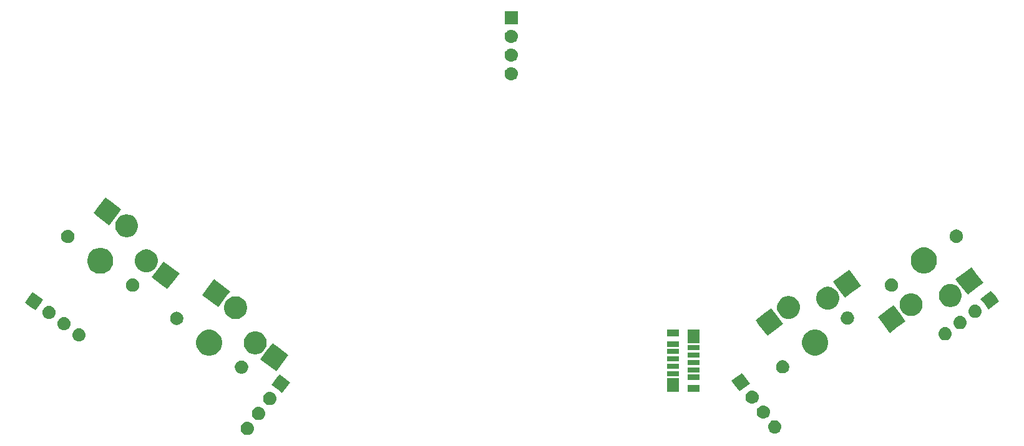
<source format=gbr>
G04 #@! TF.GenerationSoftware,KiCad,Pcbnew,(5.1.4)-1*
G04 #@! TF.CreationDate,2024-04-24T20:57:01-04:00*
G04 #@! TF.ProjectId,ThumbsUp,5468756d-6273-4557-902e-6b696361645f,rev?*
G04 #@! TF.SameCoordinates,Original*
G04 #@! TF.FileFunction,Soldermask,Bot*
G04 #@! TF.FilePolarity,Negative*
%FSLAX46Y46*%
G04 Gerber Fmt 4.6, Leading zero omitted, Abs format (unit mm)*
G04 Created by KiCad (PCBNEW (5.1.4)-1) date 2024-04-24 20:57:01*
%MOMM*%
%LPD*%
G04 APERTURE LIST*
%ADD10C,0.100000*%
G04 APERTURE END LIST*
D10*
G36*
X116794727Y-23516955D02*
G01*
X116860911Y-23523473D01*
X117030750Y-23574993D01*
X117187275Y-23658658D01*
X117223013Y-23687988D01*
X117324470Y-23771250D01*
X117402530Y-23866368D01*
X117437062Y-23908445D01*
X117520727Y-24064970D01*
X117572247Y-24234809D01*
X117589643Y-24411436D01*
X117572247Y-24588063D01*
X117520727Y-24757902D01*
X117437062Y-24914427D01*
X117407732Y-24950165D01*
X117324470Y-25051622D01*
X117248663Y-25113834D01*
X117187275Y-25164214D01*
X117030750Y-25247879D01*
X116860911Y-25299399D01*
X116794726Y-25305918D01*
X116728544Y-25312436D01*
X116640024Y-25312436D01*
X116573841Y-25305917D01*
X116507657Y-25299399D01*
X116337818Y-25247879D01*
X116181293Y-25164214D01*
X116119905Y-25113834D01*
X116044098Y-25051622D01*
X115960836Y-24950165D01*
X115931506Y-24914427D01*
X115847841Y-24757902D01*
X115796321Y-24588063D01*
X115778925Y-24411436D01*
X115796321Y-24234809D01*
X115847841Y-24064970D01*
X115931506Y-23908445D01*
X115966038Y-23866368D01*
X116044098Y-23771250D01*
X116145555Y-23687988D01*
X116181293Y-23658658D01*
X116337818Y-23574993D01*
X116507657Y-23523473D01*
X116573842Y-23516954D01*
X116640024Y-23510436D01*
X116728544Y-23510436D01*
X116794727Y-23516955D01*
X116794727Y-23516955D01*
G37*
G36*
X188354085Y-23318352D02*
G01*
X188420270Y-23324871D01*
X188590109Y-23376391D01*
X188746634Y-23460056D01*
X188782372Y-23489386D01*
X188883829Y-23572648D01*
X188967091Y-23674105D01*
X188996421Y-23709843D01*
X189080086Y-23866368D01*
X189131606Y-24036207D01*
X189149002Y-24212834D01*
X189131606Y-24389461D01*
X189080086Y-24559300D01*
X188996421Y-24715825D01*
X188967091Y-24751563D01*
X188883829Y-24853020D01*
X188809003Y-24914427D01*
X188746634Y-24965612D01*
X188590109Y-25049277D01*
X188420270Y-25100797D01*
X188354085Y-25107316D01*
X188287903Y-25113834D01*
X188199383Y-25113834D01*
X188133201Y-25107316D01*
X188067016Y-25100797D01*
X187897177Y-25049277D01*
X187740652Y-24965612D01*
X187678283Y-24914427D01*
X187603457Y-24853020D01*
X187520195Y-24751563D01*
X187490865Y-24715825D01*
X187407200Y-24559300D01*
X187355680Y-24389461D01*
X187338284Y-24212834D01*
X187355680Y-24036207D01*
X187407200Y-23866368D01*
X187490865Y-23709843D01*
X187520195Y-23674105D01*
X187603457Y-23572648D01*
X187704914Y-23489386D01*
X187740652Y-23460056D01*
X187897177Y-23376391D01*
X188067016Y-23324871D01*
X188133201Y-23318352D01*
X188199383Y-23311834D01*
X188287903Y-23311834D01*
X188354085Y-23318352D01*
X188354085Y-23318352D01*
G37*
G36*
X118323336Y-21488419D02*
G01*
X118389521Y-21494938D01*
X118559360Y-21546458D01*
X118715885Y-21630123D01*
X118751623Y-21659453D01*
X118853080Y-21742715D01*
X118931140Y-21837833D01*
X118965672Y-21879910D01*
X119049337Y-22036435D01*
X119100857Y-22206274D01*
X119118253Y-22382901D01*
X119100857Y-22559528D01*
X119049337Y-22729367D01*
X118965672Y-22885892D01*
X118936342Y-22921630D01*
X118853080Y-23023087D01*
X118777273Y-23085299D01*
X118715885Y-23135679D01*
X118559360Y-23219344D01*
X118389521Y-23270864D01*
X118323337Y-23277382D01*
X118257154Y-23283901D01*
X118168634Y-23283901D01*
X118102452Y-23277383D01*
X118036267Y-23270864D01*
X117866428Y-23219344D01*
X117709903Y-23135679D01*
X117648515Y-23085299D01*
X117572708Y-23023087D01*
X117489446Y-22921630D01*
X117460116Y-22885892D01*
X117376451Y-22729367D01*
X117324931Y-22559528D01*
X117307535Y-22382901D01*
X117324931Y-22206274D01*
X117376451Y-22036435D01*
X117460116Y-21879910D01*
X117494648Y-21837833D01*
X117572708Y-21742715D01*
X117674165Y-21659453D01*
X117709903Y-21630123D01*
X117866428Y-21546458D01*
X118036267Y-21494938D01*
X118102452Y-21488419D01*
X118168634Y-21481901D01*
X118257154Y-21481901D01*
X118323336Y-21488419D01*
X118323336Y-21488419D01*
G37*
G36*
X186825476Y-21289818D02*
G01*
X186891660Y-21296336D01*
X187061499Y-21347856D01*
X187218024Y-21431521D01*
X187253762Y-21460851D01*
X187355219Y-21544113D01*
X187438481Y-21645570D01*
X187467811Y-21681308D01*
X187551476Y-21837833D01*
X187602996Y-22007672D01*
X187620392Y-22184299D01*
X187602996Y-22360926D01*
X187551476Y-22530765D01*
X187467811Y-22687290D01*
X187438481Y-22723028D01*
X187355219Y-22824485D01*
X187280393Y-22885892D01*
X187218024Y-22937077D01*
X187061499Y-23020742D01*
X186891660Y-23072262D01*
X186825476Y-23078780D01*
X186759293Y-23085299D01*
X186670773Y-23085299D01*
X186604591Y-23078781D01*
X186538406Y-23072262D01*
X186368567Y-23020742D01*
X186212042Y-22937077D01*
X186149673Y-22885892D01*
X186074847Y-22824485D01*
X185991585Y-22723028D01*
X185962255Y-22687290D01*
X185878590Y-22530765D01*
X185827070Y-22360926D01*
X185809674Y-22184299D01*
X185827070Y-22007672D01*
X185878590Y-21837833D01*
X185962255Y-21681308D01*
X185991585Y-21645570D01*
X186074847Y-21544113D01*
X186176304Y-21460851D01*
X186212042Y-21431521D01*
X186368567Y-21347856D01*
X186538406Y-21296336D01*
X186604590Y-21289818D01*
X186670773Y-21283299D01*
X186759293Y-21283299D01*
X186825476Y-21289818D01*
X186825476Y-21289818D01*
G37*
G36*
X119851947Y-19459886D02*
G01*
X119918131Y-19466404D01*
X120087970Y-19517924D01*
X120244495Y-19601589D01*
X120280233Y-19630919D01*
X120381690Y-19714181D01*
X120459750Y-19809299D01*
X120494282Y-19851376D01*
X120577947Y-20007901D01*
X120629467Y-20177740D01*
X120646863Y-20354367D01*
X120629467Y-20530994D01*
X120577947Y-20700833D01*
X120494282Y-20857358D01*
X120464952Y-20893096D01*
X120381690Y-20994553D01*
X120305883Y-21056765D01*
X120244495Y-21107145D01*
X120087970Y-21190810D01*
X119918131Y-21242330D01*
X119851946Y-21248849D01*
X119785764Y-21255367D01*
X119697244Y-21255367D01*
X119631062Y-21248849D01*
X119564877Y-21242330D01*
X119395038Y-21190810D01*
X119238513Y-21107145D01*
X119177125Y-21056765D01*
X119101318Y-20994553D01*
X119018056Y-20893096D01*
X118988726Y-20857358D01*
X118905061Y-20700833D01*
X118853541Y-20530994D01*
X118836145Y-20354367D01*
X118853541Y-20177740D01*
X118905061Y-20007901D01*
X118988726Y-19851376D01*
X119023258Y-19809299D01*
X119101318Y-19714181D01*
X119202775Y-19630919D01*
X119238513Y-19601589D01*
X119395038Y-19517924D01*
X119564877Y-19466404D01*
X119631061Y-19459886D01*
X119697244Y-19453367D01*
X119785764Y-19453367D01*
X119851947Y-19459886D01*
X119851947Y-19459886D01*
G37*
G36*
X185296865Y-19261283D02*
G01*
X185363050Y-19267802D01*
X185532889Y-19319322D01*
X185689414Y-19402987D01*
X185725152Y-19432317D01*
X185826609Y-19515579D01*
X185909871Y-19617036D01*
X185939201Y-19652774D01*
X186022866Y-19809299D01*
X186074386Y-19979138D01*
X186091782Y-20155765D01*
X186074386Y-20332392D01*
X186022866Y-20502231D01*
X185939201Y-20658756D01*
X185909871Y-20694494D01*
X185826609Y-20795951D01*
X185751783Y-20857358D01*
X185689414Y-20908543D01*
X185532889Y-20992208D01*
X185363050Y-21043728D01*
X185296866Y-21050246D01*
X185230683Y-21056765D01*
X185142163Y-21056765D01*
X185075980Y-21050246D01*
X185009796Y-21043728D01*
X184839957Y-20992208D01*
X184683432Y-20908543D01*
X184621063Y-20857358D01*
X184546237Y-20795951D01*
X184462975Y-20694494D01*
X184433645Y-20658756D01*
X184349980Y-20502231D01*
X184298460Y-20332392D01*
X184281064Y-20155765D01*
X184298460Y-19979138D01*
X184349980Y-19809299D01*
X184433645Y-19652774D01*
X184462975Y-19617036D01*
X184546237Y-19515579D01*
X184647694Y-19432317D01*
X184683432Y-19402987D01*
X184839957Y-19319322D01*
X185009796Y-19267802D01*
X185075981Y-19261283D01*
X185142163Y-19254765D01*
X185230683Y-19254765D01*
X185296865Y-19261283D01*
X185296865Y-19261283D01*
G37*
G36*
X121417869Y-17309000D02*
G01*
X122531920Y-18148497D01*
X122531920Y-18148498D01*
X122264657Y-18503168D01*
X121447450Y-19587639D01*
X121447449Y-19587639D01*
X120829008Y-19121610D01*
X120008308Y-18503169D01*
X120008308Y-18503168D01*
X120683619Y-17607000D01*
X121092778Y-17064027D01*
X121092779Y-17064027D01*
X121417869Y-17309000D01*
X121417869Y-17309000D01*
G37*
G36*
X178033000Y-19409000D02*
G01*
X176431000Y-19409000D01*
X176431000Y-18507000D01*
X178033000Y-18507000D01*
X178033000Y-19409000D01*
X178033000Y-19409000D01*
G37*
G36*
X175233000Y-19409000D02*
G01*
X173631000Y-19409000D01*
X173631000Y-17607000D01*
X175233000Y-17607000D01*
X175233000Y-19409000D01*
X175233000Y-19409000D01*
G37*
G36*
X184169406Y-17309000D02*
G01*
X184919619Y-18304566D01*
X184919619Y-18304567D01*
X184098919Y-18923008D01*
X183480478Y-19389037D01*
X183480477Y-19389037D01*
X182812928Y-18503168D01*
X182396007Y-17949896D01*
X182396007Y-17949895D01*
X183246504Y-17309000D01*
X183835148Y-16865425D01*
X183835149Y-16865425D01*
X184169406Y-17309000D01*
X184169406Y-17309000D01*
G37*
G36*
X178033000Y-17809000D02*
G01*
X176431000Y-17809000D01*
X176431000Y-17107000D01*
X178033000Y-17107000D01*
X178033000Y-17809000D01*
X178033000Y-17809000D01*
G37*
G36*
X175233000Y-17309000D02*
G01*
X173631000Y-17309000D01*
X173631000Y-16607000D01*
X175233000Y-16607000D01*
X175233000Y-17309000D01*
X175233000Y-17309000D01*
G37*
G36*
X116075711Y-15186653D02*
G01*
X116162834Y-15203982D01*
X116248264Y-15239369D01*
X116326970Y-15271970D01*
X116425893Y-15338068D01*
X116474687Y-15370671D01*
X116600311Y-15496295D01*
X116600313Y-15496298D01*
X116699012Y-15644012D01*
X116699012Y-15644013D01*
X116767000Y-15808148D01*
X116767000Y-15808150D01*
X116795175Y-15949793D01*
X116801659Y-15982394D01*
X116801659Y-16160052D01*
X116767000Y-16334298D01*
X116721675Y-16443721D01*
X116699012Y-16498434D01*
X116626471Y-16607000D01*
X116600311Y-16646151D01*
X116474687Y-16771775D01*
X116474684Y-16771777D01*
X116326970Y-16870476D01*
X116272257Y-16893139D01*
X116162834Y-16938464D01*
X116075711Y-16955794D01*
X115988590Y-16973123D01*
X115810928Y-16973123D01*
X115723807Y-16955793D01*
X115636684Y-16938464D01*
X115527261Y-16893139D01*
X115472548Y-16870476D01*
X115324834Y-16771777D01*
X115324831Y-16771775D01*
X115199207Y-16646151D01*
X115173047Y-16607000D01*
X115100506Y-16498434D01*
X115077843Y-16443721D01*
X115032518Y-16334298D01*
X114997859Y-16160052D01*
X114997859Y-15982394D01*
X115004344Y-15949793D01*
X115032518Y-15808150D01*
X115032518Y-15808148D01*
X115100506Y-15644013D01*
X115100506Y-15644012D01*
X115199205Y-15496298D01*
X115199207Y-15496295D01*
X115324831Y-15370671D01*
X115373625Y-15338068D01*
X115472548Y-15271970D01*
X115551254Y-15239369D01*
X115636684Y-15203982D01*
X115723807Y-15186653D01*
X115810928Y-15169323D01*
X115988590Y-15169323D01*
X116075711Y-15186653D01*
X116075711Y-15186653D01*
G37*
G36*
X189498488Y-15154051D02*
G01*
X189585611Y-15171381D01*
X189695034Y-15216706D01*
X189749747Y-15239369D01*
X189896469Y-15337405D01*
X189897464Y-15338070D01*
X190023088Y-15463694D01*
X190023090Y-15463697D01*
X190121789Y-15611411D01*
X190121789Y-15611412D01*
X190189777Y-15775547D01*
X190196262Y-15808150D01*
X190224436Y-15949791D01*
X190224436Y-16127453D01*
X190217951Y-16160054D01*
X190189777Y-16301697D01*
X190144452Y-16411120D01*
X190121789Y-16465833D01*
X190027465Y-16607000D01*
X190023088Y-16613550D01*
X189897464Y-16739174D01*
X189897461Y-16739176D01*
X189749747Y-16837875D01*
X189695034Y-16860538D01*
X189585611Y-16905863D01*
X189498488Y-16923192D01*
X189411367Y-16940522D01*
X189233705Y-16940522D01*
X189146584Y-16923193D01*
X189059461Y-16905863D01*
X188950038Y-16860538D01*
X188895325Y-16837875D01*
X188747611Y-16739176D01*
X188747608Y-16739174D01*
X188621984Y-16613550D01*
X188617607Y-16607000D01*
X188523283Y-16465833D01*
X188500620Y-16411120D01*
X188455295Y-16301697D01*
X188427121Y-16160054D01*
X188420636Y-16127453D01*
X188420636Y-15949791D01*
X188448810Y-15808150D01*
X188455295Y-15775547D01*
X188523283Y-15611412D01*
X188523283Y-15611411D01*
X188621982Y-15463697D01*
X188621984Y-15463694D01*
X188747608Y-15338070D01*
X188748603Y-15337405D01*
X188895325Y-15239369D01*
X188950038Y-15216706D01*
X189059461Y-15171381D01*
X189146584Y-15154051D01*
X189233705Y-15136722D01*
X189411367Y-15136722D01*
X189498488Y-15154051D01*
X189498488Y-15154051D01*
G37*
G36*
X178033000Y-16809000D02*
G01*
X176431000Y-16809000D01*
X176431000Y-16107000D01*
X178033000Y-16107000D01*
X178033000Y-16809000D01*
X178033000Y-16809000D01*
G37*
G36*
X121034194Y-13553152D02*
G01*
X122264788Y-14480471D01*
X122264788Y-14480472D01*
X121864041Y-15012281D01*
X120638684Y-16638385D01*
X120638683Y-16638385D01*
X119711364Y-15939600D01*
X118480770Y-15012281D01*
X118480770Y-15012280D01*
X119328971Y-13886680D01*
X120106874Y-12854367D01*
X120106875Y-12854367D01*
X121034194Y-13553152D01*
X121034194Y-13553152D01*
G37*
G36*
X175233000Y-16309000D02*
G01*
X173631000Y-16309000D01*
X173631000Y-15607000D01*
X175233000Y-15607000D01*
X175233000Y-16309000D01*
X175233000Y-16309000D01*
G37*
G36*
X178033000Y-15809000D02*
G01*
X176431000Y-15809000D01*
X176431000Y-15107000D01*
X178033000Y-15107000D01*
X178033000Y-15809000D01*
X178033000Y-15809000D01*
G37*
G36*
X175233000Y-15309000D02*
G01*
X173631000Y-15309000D01*
X173631000Y-14607000D01*
X175233000Y-14607000D01*
X175233000Y-15309000D01*
X175233000Y-15309000D01*
G37*
G36*
X178033000Y-14809000D02*
G01*
X176431000Y-14809000D01*
X176431000Y-14107000D01*
X178033000Y-14107000D01*
X178033000Y-14809000D01*
X178033000Y-14809000D01*
G37*
G36*
X112022240Y-11063587D02*
G01*
X112343540Y-11196674D01*
X112343542Y-11196675D01*
X112632704Y-11389887D01*
X112878617Y-11635800D01*
X113061164Y-11909000D01*
X113071830Y-11924964D01*
X113204917Y-12246264D01*
X113272764Y-12587352D01*
X113272764Y-12935128D01*
X113204917Y-13276216D01*
X113191337Y-13309000D01*
X113071829Y-13597518D01*
X112878617Y-13886680D01*
X112632704Y-14132593D01*
X112343542Y-14325805D01*
X112343541Y-14325806D01*
X112343540Y-14325806D01*
X112022240Y-14458893D01*
X111681152Y-14526740D01*
X111333376Y-14526740D01*
X110992288Y-14458893D01*
X110670988Y-14325806D01*
X110670987Y-14325806D01*
X110670986Y-14325805D01*
X110381824Y-14132593D01*
X110135911Y-13886680D01*
X109942699Y-13597518D01*
X109823191Y-13309000D01*
X109809611Y-13276216D01*
X109741764Y-12935128D01*
X109741764Y-12587352D01*
X109809611Y-12246264D01*
X109942698Y-11924964D01*
X109953365Y-11909000D01*
X110135911Y-11635800D01*
X110381824Y-11389887D01*
X110670986Y-11196675D01*
X110670988Y-11196674D01*
X110992288Y-11063587D01*
X111333376Y-10995740D01*
X111681152Y-10995740D01*
X112022240Y-11063587D01*
X112022240Y-11063587D01*
G37*
G36*
X194230007Y-11030986D02*
G01*
X194551307Y-11164073D01*
X194551309Y-11164074D01*
X194840471Y-11357286D01*
X195086384Y-11603199D01*
X195209014Y-11786727D01*
X195279597Y-11892363D01*
X195412684Y-12213663D01*
X195480531Y-12554751D01*
X195480531Y-12902527D01*
X195412684Y-13243615D01*
X195279597Y-13564915D01*
X195279596Y-13564917D01*
X195086384Y-13854079D01*
X194840471Y-14099992D01*
X194551309Y-14293204D01*
X194551308Y-14293205D01*
X194551307Y-14293205D01*
X194230007Y-14426292D01*
X193888919Y-14494139D01*
X193541143Y-14494139D01*
X193200055Y-14426292D01*
X192878755Y-14293205D01*
X192878754Y-14293205D01*
X192878753Y-14293204D01*
X192589591Y-14099992D01*
X192343678Y-13854079D01*
X192150466Y-13564917D01*
X192150465Y-13564915D01*
X192017378Y-13243615D01*
X191949531Y-12902527D01*
X191949531Y-12554751D01*
X192017378Y-12213663D01*
X192150465Y-11892363D01*
X192221049Y-11786727D01*
X192343678Y-11603199D01*
X192589591Y-11357286D01*
X192878753Y-11164074D01*
X192878755Y-11164073D01*
X193200055Y-11030986D01*
X193541143Y-10963139D01*
X193888919Y-10963139D01*
X194230007Y-11030986D01*
X194230007Y-11030986D01*
G37*
G36*
X118059833Y-11254234D02*
G01*
X118209658Y-11284036D01*
X118491922Y-11400953D01*
X118745953Y-11570691D01*
X118961989Y-11786727D01*
X119131727Y-12040758D01*
X119248644Y-12323022D01*
X119248644Y-12323023D01*
X119308248Y-12622671D01*
X119308248Y-12928193D01*
X119278446Y-13078017D01*
X119248644Y-13227842D01*
X119131727Y-13510106D01*
X118961989Y-13764137D01*
X118745953Y-13980173D01*
X118491922Y-14149911D01*
X118209658Y-14266828D01*
X118077057Y-14293204D01*
X117910009Y-14326432D01*
X117604487Y-14326432D01*
X117437439Y-14293204D01*
X117304838Y-14266828D01*
X117022574Y-14149911D01*
X116768543Y-13980173D01*
X116552507Y-13764137D01*
X116382769Y-13510106D01*
X116265852Y-13227842D01*
X116236050Y-13078017D01*
X116206248Y-12928193D01*
X116206248Y-12622671D01*
X116265852Y-12323023D01*
X116265852Y-12323022D01*
X116382769Y-12040758D01*
X116552507Y-11786727D01*
X116768543Y-11570691D01*
X117022574Y-11400953D01*
X117304838Y-11284036D01*
X117454663Y-11254234D01*
X117604487Y-11224432D01*
X117910009Y-11224432D01*
X118059833Y-11254234D01*
X118059833Y-11254234D01*
G37*
G36*
X175233000Y-14309000D02*
G01*
X173631000Y-14309000D01*
X173631000Y-13607000D01*
X175233000Y-13607000D01*
X175233000Y-14309000D01*
X175233000Y-14309000D01*
G37*
G36*
X178033000Y-13809000D02*
G01*
X176431000Y-13809000D01*
X176431000Y-13107000D01*
X178033000Y-13107000D01*
X178033000Y-13809000D01*
X178033000Y-13809000D01*
G37*
G36*
X175233000Y-13309000D02*
G01*
X173631000Y-13309000D01*
X173631000Y-12607000D01*
X175233000Y-12607000D01*
X175233000Y-13309000D01*
X175233000Y-13309000D01*
G37*
G36*
X178033000Y-12809000D02*
G01*
X176431000Y-12809000D01*
X176431000Y-11007000D01*
X178033000Y-11007000D01*
X178033000Y-12809000D01*
X178033000Y-12809000D01*
G37*
G36*
X93953061Y-10807030D02*
G01*
X94019245Y-10813548D01*
X94189084Y-10865068D01*
X94345609Y-10948733D01*
X94381347Y-10978063D01*
X94482804Y-11061325D01*
X94566066Y-11162782D01*
X94595396Y-11198520D01*
X94679061Y-11355045D01*
X94730581Y-11524884D01*
X94747977Y-11701511D01*
X94730581Y-11878138D01*
X94679061Y-12047977D01*
X94595396Y-12204502D01*
X94566066Y-12240240D01*
X94482804Y-12341697D01*
X94381347Y-12424959D01*
X94345609Y-12454289D01*
X94189084Y-12537954D01*
X94019245Y-12589474D01*
X93953060Y-12595993D01*
X93886878Y-12602511D01*
X93798358Y-12602511D01*
X93732176Y-12595993D01*
X93665991Y-12589474D01*
X93496152Y-12537954D01*
X93339627Y-12454289D01*
X93303889Y-12424959D01*
X93202432Y-12341697D01*
X93119170Y-12240240D01*
X93089840Y-12204502D01*
X93006175Y-12047977D01*
X92954655Y-11878138D01*
X92937259Y-11701511D01*
X92954655Y-11524884D01*
X93006175Y-11355045D01*
X93089840Y-11198520D01*
X93119170Y-11162782D01*
X93202432Y-11061325D01*
X93303889Y-10978063D01*
X93339627Y-10948733D01*
X93496152Y-10865068D01*
X93665991Y-10813548D01*
X93732175Y-10807030D01*
X93798358Y-10800511D01*
X93886878Y-10800511D01*
X93953061Y-10807030D01*
X93953061Y-10807030D01*
G37*
G36*
X211475583Y-10653424D02*
G01*
X211541768Y-10659943D01*
X211711607Y-10711463D01*
X211868132Y-10795128D01*
X211903870Y-10824458D01*
X212005327Y-10907720D01*
X212077562Y-10995740D01*
X212117919Y-11044915D01*
X212201584Y-11201440D01*
X212253104Y-11371279D01*
X212270500Y-11547906D01*
X212253104Y-11724533D01*
X212201584Y-11894372D01*
X212117919Y-12050897D01*
X212088589Y-12086635D01*
X212005327Y-12188092D01*
X211903870Y-12271354D01*
X211868132Y-12300684D01*
X211711607Y-12384349D01*
X211541768Y-12435869D01*
X211475583Y-12442388D01*
X211409401Y-12448906D01*
X211320881Y-12448906D01*
X211254698Y-12442387D01*
X211188514Y-12435869D01*
X211018675Y-12384349D01*
X210862150Y-12300684D01*
X210826412Y-12271354D01*
X210724955Y-12188092D01*
X210641693Y-12086635D01*
X210612363Y-12050897D01*
X210528698Y-11894372D01*
X210477178Y-11724533D01*
X210459782Y-11547906D01*
X210477178Y-11371279D01*
X210528698Y-11201440D01*
X210612363Y-11044915D01*
X210652720Y-10995740D01*
X210724955Y-10907720D01*
X210826412Y-10824458D01*
X210862150Y-10795128D01*
X211018675Y-10711463D01*
X211188514Y-10659943D01*
X211254699Y-10653424D01*
X211320881Y-10646906D01*
X211409401Y-10646906D01*
X211475583Y-10653424D01*
X211475583Y-10653424D01*
G37*
G36*
X175233000Y-11909000D02*
G01*
X173631000Y-11909000D01*
X173631000Y-11007000D01*
X175233000Y-11007000D01*
X175233000Y-11909000D01*
X175233000Y-11909000D01*
G37*
G36*
X188633981Y-9182854D02*
G01*
X189410709Y-10213606D01*
X189410709Y-10213607D01*
X188269060Y-11073901D01*
X187252796Y-11839711D01*
X187252795Y-11839711D01*
X186129862Y-10349528D01*
X185626691Y-9681798D01*
X185626691Y-9681797D01*
X186905558Y-8718102D01*
X187784604Y-8055693D01*
X187784605Y-8055693D01*
X188633981Y-9182854D01*
X188633981Y-9182854D01*
G37*
G36*
X205306830Y-8876329D02*
G01*
X206029894Y-9835867D01*
X206029894Y-9835868D01*
X204915144Y-10675892D01*
X203871981Y-11461972D01*
X203871980Y-11461972D01*
X202765471Y-9993584D01*
X202245876Y-9304059D01*
X202245876Y-9304058D01*
X203476470Y-8376739D01*
X204403789Y-7677954D01*
X204403790Y-7677954D01*
X205306830Y-8876329D01*
X205306830Y-8876329D01*
G37*
G36*
X91924526Y-9278420D02*
G01*
X91990710Y-9284938D01*
X92160549Y-9336458D01*
X92317074Y-9420123D01*
X92352812Y-9449453D01*
X92454269Y-9532715D01*
X92537531Y-9634172D01*
X92566861Y-9669910D01*
X92650526Y-9826435D01*
X92702046Y-9996274D01*
X92719442Y-10172901D01*
X92702046Y-10349528D01*
X92650526Y-10519367D01*
X92566861Y-10675892D01*
X92537668Y-10711463D01*
X92454269Y-10813087D01*
X92352812Y-10896349D01*
X92317074Y-10925679D01*
X92160549Y-11009344D01*
X91990710Y-11060864D01*
X91924525Y-11067383D01*
X91858343Y-11073901D01*
X91769823Y-11073901D01*
X91703641Y-11067383D01*
X91637456Y-11060864D01*
X91467617Y-11009344D01*
X91311092Y-10925679D01*
X91275354Y-10896349D01*
X91173897Y-10813087D01*
X91090498Y-10711463D01*
X91061305Y-10675892D01*
X90977640Y-10519367D01*
X90926120Y-10349528D01*
X90908724Y-10172901D01*
X90926120Y-9996274D01*
X90977640Y-9826435D01*
X91061305Y-9669910D01*
X91090635Y-9634172D01*
X91173897Y-9532715D01*
X91275354Y-9449453D01*
X91311092Y-9420123D01*
X91467617Y-9336458D01*
X91637456Y-9284938D01*
X91703641Y-9278419D01*
X91769823Y-9271901D01*
X91858343Y-9271901D01*
X91924526Y-9278420D01*
X91924526Y-9278420D01*
G37*
G36*
X213504118Y-9124814D02*
G01*
X213570303Y-9131333D01*
X213740142Y-9182853D01*
X213896667Y-9266518D01*
X213932405Y-9295848D01*
X214033862Y-9379110D01*
X214106937Y-9468154D01*
X214146454Y-9516305D01*
X214230119Y-9672830D01*
X214281639Y-9842669D01*
X214299035Y-10019296D01*
X214281639Y-10195923D01*
X214230119Y-10365762D01*
X214146454Y-10522287D01*
X214117124Y-10558025D01*
X214033862Y-10659482D01*
X213932405Y-10742744D01*
X213896667Y-10772074D01*
X213740142Y-10855739D01*
X213570303Y-10907259D01*
X213504119Y-10913777D01*
X213437936Y-10920296D01*
X213349416Y-10920296D01*
X213283233Y-10913777D01*
X213217049Y-10907259D01*
X213047210Y-10855739D01*
X212890685Y-10772074D01*
X212854947Y-10742744D01*
X212753490Y-10659482D01*
X212670228Y-10558025D01*
X212640898Y-10522287D01*
X212557233Y-10365762D01*
X212505713Y-10195923D01*
X212488317Y-10019296D01*
X212505713Y-9842669D01*
X212557233Y-9672830D01*
X212640898Y-9516305D01*
X212680415Y-9468154D01*
X212753490Y-9379110D01*
X212854947Y-9295848D01*
X212890685Y-9266518D01*
X213047210Y-9182853D01*
X213217049Y-9131333D01*
X213283233Y-9124815D01*
X213349416Y-9118296D01*
X213437936Y-9118296D01*
X213504118Y-9124814D01*
X213504118Y-9124814D01*
G37*
G36*
X107290721Y-8566686D02*
G01*
X107377844Y-8584016D01*
X107463274Y-8619403D01*
X107541980Y-8652004D01*
X107640903Y-8718102D01*
X107689697Y-8750705D01*
X107815321Y-8876329D01*
X107815323Y-8876332D01*
X107914022Y-9024046D01*
X107914022Y-9024047D01*
X107982010Y-9188182D01*
X107982010Y-9188184D01*
X108011504Y-9336458D01*
X108016669Y-9362428D01*
X108016669Y-9540086D01*
X107982010Y-9714332D01*
X107936685Y-9823755D01*
X107914022Y-9878468D01*
X107837106Y-9993581D01*
X107815321Y-10026185D01*
X107689697Y-10151809D01*
X107689694Y-10151811D01*
X107541980Y-10250510D01*
X107487267Y-10273173D01*
X107377844Y-10318498D01*
X107290721Y-10335827D01*
X107203600Y-10353157D01*
X107025938Y-10353157D01*
X106938817Y-10335827D01*
X106851694Y-10318498D01*
X106742271Y-10273173D01*
X106687558Y-10250510D01*
X106539844Y-10151811D01*
X106539841Y-10151809D01*
X106414217Y-10026185D01*
X106392432Y-9993581D01*
X106315516Y-9878468D01*
X106292853Y-9823755D01*
X106247528Y-9714332D01*
X106212869Y-9540086D01*
X106212869Y-9362428D01*
X106218035Y-9336458D01*
X106247528Y-9188184D01*
X106247528Y-9188182D01*
X106315516Y-9024047D01*
X106315516Y-9024046D01*
X106414215Y-8876332D01*
X106414217Y-8876329D01*
X106539841Y-8750705D01*
X106588635Y-8718102D01*
X106687558Y-8652004D01*
X106766264Y-8619403D01*
X106851694Y-8584016D01*
X106938817Y-8566687D01*
X107025938Y-8549357D01*
X107203600Y-8549357D01*
X107290721Y-8566686D01*
X107290721Y-8566686D01*
G37*
G36*
X198283478Y-8534086D02*
G01*
X198370601Y-8551415D01*
X198458255Y-8587723D01*
X198534737Y-8619403D01*
X198672466Y-8711430D01*
X198682454Y-8718104D01*
X198808078Y-8843728D01*
X198808080Y-8843731D01*
X198906779Y-8991445D01*
X198920283Y-9024046D01*
X198974767Y-9155581D01*
X198981252Y-9188184D01*
X199009426Y-9329825D01*
X199009426Y-9507487D01*
X199002941Y-9540088D01*
X198974767Y-9681731D01*
X198929442Y-9791154D01*
X198906779Y-9845867D01*
X198808743Y-9992589D01*
X198808078Y-9993584D01*
X198682454Y-10119208D01*
X198682451Y-10119210D01*
X198534737Y-10217909D01*
X198480024Y-10240572D01*
X198370601Y-10285897D01*
X198283478Y-10303226D01*
X198196357Y-10320556D01*
X198018695Y-10320556D01*
X197931574Y-10303226D01*
X197844451Y-10285897D01*
X197735028Y-10240572D01*
X197680315Y-10217909D01*
X197532601Y-10119210D01*
X197532598Y-10119208D01*
X197406974Y-9993584D01*
X197406309Y-9992589D01*
X197308273Y-9845867D01*
X197285610Y-9791154D01*
X197240285Y-9681731D01*
X197212111Y-9540088D01*
X197205626Y-9507487D01*
X197205626Y-9329825D01*
X197233800Y-9188184D01*
X197240285Y-9155581D01*
X197294769Y-9024046D01*
X197308273Y-8991445D01*
X197406972Y-8843731D01*
X197406974Y-8843728D01*
X197532598Y-8718104D01*
X197542586Y-8711430D01*
X197680315Y-8619403D01*
X197756797Y-8587723D01*
X197844451Y-8551415D01*
X197931574Y-8534086D01*
X198018695Y-8516756D01*
X198196357Y-8516756D01*
X198283478Y-8534086D01*
X198283478Y-8534086D01*
G37*
G36*
X115390648Y-6488161D02*
G01*
X115540473Y-6517963D01*
X115822737Y-6634880D01*
X116076768Y-6804618D01*
X116292804Y-7020654D01*
X116462542Y-7274685D01*
X116579459Y-7556949D01*
X116639063Y-7856599D01*
X116639063Y-8162119D01*
X116579459Y-8461769D01*
X116462542Y-8744033D01*
X116292804Y-8998064D01*
X116076768Y-9214100D01*
X115822737Y-9383838D01*
X115540473Y-9500755D01*
X115390648Y-9530557D01*
X115240824Y-9560359D01*
X114935302Y-9560359D01*
X114785478Y-9530557D01*
X114635653Y-9500755D01*
X114353389Y-9383838D01*
X114099358Y-9214100D01*
X113883322Y-8998064D01*
X113713584Y-8744033D01*
X113596667Y-8461769D01*
X113537063Y-8162119D01*
X113537063Y-7856599D01*
X113596667Y-7556949D01*
X113713584Y-7274685D01*
X113883322Y-7020654D01*
X114099358Y-6804618D01*
X114353389Y-6634880D01*
X114635653Y-6517963D01*
X114785478Y-6488161D01*
X114935302Y-6458359D01*
X115240824Y-6458359D01*
X115390648Y-6488161D01*
X115390648Y-6488161D01*
G37*
G36*
X89895991Y-7749809D02*
G01*
X89962176Y-7756328D01*
X90132015Y-7807848D01*
X90132017Y-7807849D01*
X90162229Y-7823998D01*
X90288540Y-7891513D01*
X90324278Y-7920843D01*
X90425735Y-8004105D01*
X90503743Y-8099160D01*
X90538327Y-8141300D01*
X90621992Y-8297825D01*
X90673512Y-8467664D01*
X90690908Y-8644291D01*
X90673512Y-8820918D01*
X90621992Y-8990757D01*
X90538327Y-9147282D01*
X90531516Y-9155581D01*
X90425735Y-9284477D01*
X90344386Y-9351237D01*
X90288540Y-9397069D01*
X90132015Y-9480734D01*
X89962176Y-9532254D01*
X89895991Y-9538773D01*
X89829809Y-9545291D01*
X89741289Y-9545291D01*
X89675107Y-9538773D01*
X89608922Y-9532254D01*
X89439083Y-9480734D01*
X89282558Y-9397069D01*
X89226712Y-9351237D01*
X89145363Y-9284477D01*
X89039582Y-9155581D01*
X89032771Y-9147282D01*
X88949106Y-8990757D01*
X88897586Y-8820918D01*
X88880190Y-8644291D01*
X88897586Y-8467664D01*
X88949106Y-8297825D01*
X89032771Y-8141300D01*
X89067355Y-8099160D01*
X89145363Y-8004105D01*
X89246820Y-7920843D01*
X89282558Y-7891513D01*
X89408869Y-7823998D01*
X89439081Y-7807849D01*
X89439083Y-7807848D01*
X89608922Y-7756328D01*
X89675107Y-7749809D01*
X89741289Y-7743291D01*
X89829809Y-7743291D01*
X89895991Y-7749809D01*
X89895991Y-7749809D01*
G37*
G36*
X190436817Y-6455560D02*
G01*
X190586642Y-6485362D01*
X190868906Y-6602279D01*
X191122937Y-6772017D01*
X191338973Y-6988053D01*
X191508711Y-7242084D01*
X191625628Y-7524348D01*
X191641218Y-7602723D01*
X191685232Y-7823997D01*
X191685232Y-8129519D01*
X191682888Y-8141302D01*
X191625628Y-8429168D01*
X191508711Y-8711432D01*
X191338973Y-8965463D01*
X191122937Y-9181499D01*
X190868906Y-9351237D01*
X190586642Y-9468154D01*
X190436817Y-9497956D01*
X190286993Y-9527758D01*
X189981471Y-9527758D01*
X189831647Y-9497956D01*
X189681822Y-9468154D01*
X189399558Y-9351237D01*
X189145527Y-9181499D01*
X188929491Y-8965463D01*
X188759753Y-8711432D01*
X188642836Y-8429168D01*
X188585576Y-8141302D01*
X188583232Y-8129519D01*
X188583232Y-7823997D01*
X188627246Y-7602723D01*
X188642836Y-7524348D01*
X188759753Y-7242084D01*
X188929491Y-6988053D01*
X189145527Y-6772017D01*
X189399558Y-6602279D01*
X189681822Y-6485362D01*
X189831647Y-6455560D01*
X189981471Y-6425758D01*
X190286993Y-6425758D01*
X190436817Y-6455560D01*
X190436817Y-6455560D01*
G37*
G36*
X215532653Y-7596205D02*
G01*
X215598837Y-7602723D01*
X215768676Y-7654243D01*
X215925201Y-7737908D01*
X215960939Y-7767238D01*
X216062396Y-7850500D01*
X216127987Y-7930424D01*
X216174988Y-7987695D01*
X216258653Y-8144220D01*
X216310173Y-8314059D01*
X216327569Y-8490686D01*
X216310173Y-8667313D01*
X216258653Y-8837152D01*
X216174988Y-8993677D01*
X216150065Y-9024046D01*
X216062396Y-9130872D01*
X215960982Y-9214099D01*
X215925201Y-9243464D01*
X215848474Y-9284476D01*
X215811839Y-9304058D01*
X215768676Y-9327129D01*
X215598837Y-9378649D01*
X215546151Y-9383838D01*
X215466470Y-9391686D01*
X215377950Y-9391686D01*
X215298269Y-9383838D01*
X215245583Y-9378649D01*
X215075744Y-9327129D01*
X215032582Y-9304058D01*
X214995946Y-9284476D01*
X214919219Y-9243464D01*
X214883438Y-9214099D01*
X214782024Y-9130872D01*
X214694355Y-9024046D01*
X214669432Y-8993677D01*
X214585767Y-8837152D01*
X214534247Y-8667313D01*
X214516851Y-8490686D01*
X214534247Y-8314059D01*
X214585767Y-8144220D01*
X214669432Y-7987695D01*
X214716433Y-7930424D01*
X214782024Y-7850500D01*
X214883481Y-7767238D01*
X214919219Y-7737908D01*
X215075744Y-7654243D01*
X215245583Y-7602723D01*
X215311768Y-7596204D01*
X215377950Y-7589686D01*
X215466470Y-7589686D01*
X215532653Y-7596205D01*
X215532653Y-7596205D01*
G37*
G36*
X207056002Y-6077821D02*
G01*
X207205827Y-6107623D01*
X207488091Y-6224540D01*
X207742122Y-6394278D01*
X207958158Y-6610314D01*
X208127896Y-6864345D01*
X208244813Y-7146609D01*
X208304417Y-7446259D01*
X208304417Y-7751779D01*
X208244813Y-8051429D01*
X208127896Y-8333693D01*
X207958158Y-8587724D01*
X207742122Y-8803760D01*
X207488091Y-8973498D01*
X207205827Y-9090415D01*
X207056002Y-9120217D01*
X206906178Y-9150019D01*
X206600656Y-9150019D01*
X206450832Y-9120217D01*
X206301007Y-9090415D01*
X206018743Y-8973498D01*
X205764712Y-8803760D01*
X205548676Y-8587724D01*
X205378938Y-8333693D01*
X205262021Y-8051429D01*
X205202417Y-7751779D01*
X205202417Y-7446259D01*
X205262021Y-7146609D01*
X205378938Y-6864345D01*
X205548676Y-6610314D01*
X205764712Y-6394278D01*
X206018743Y-6224540D01*
X206301007Y-6107623D01*
X206450832Y-6077821D01*
X206600656Y-6048019D01*
X206906178Y-6048019D01*
X207056002Y-6077821D01*
X207056002Y-6077821D01*
G37*
G36*
X88031281Y-6194181D02*
G01*
X89018821Y-6938345D01*
X89018821Y-6938346D01*
X88751558Y-7293016D01*
X87934351Y-8377487D01*
X87934350Y-8377487D01*
X87289440Y-7891512D01*
X86495209Y-7293017D01*
X86495209Y-7293016D01*
X87038594Y-6571920D01*
X87579679Y-5853875D01*
X87579680Y-5853875D01*
X88031281Y-6194181D01*
X88031281Y-6194181D01*
G37*
G36*
X195753987Y-5203483D02*
G01*
X195903812Y-5233285D01*
X196186076Y-5350202D01*
X196440107Y-5519940D01*
X196656143Y-5735976D01*
X196825881Y-5990007D01*
X196942798Y-6272271D01*
X196942798Y-6272272D01*
X197002402Y-6571920D01*
X197002402Y-6877442D01*
X196990287Y-6938346D01*
X196942798Y-7177091D01*
X196825881Y-7459355D01*
X196656143Y-7713386D01*
X196440107Y-7929422D01*
X196186076Y-8099160D01*
X195903812Y-8216077D01*
X195753987Y-8245879D01*
X195604163Y-8275681D01*
X195298641Y-8275681D01*
X195148817Y-8245879D01*
X194998992Y-8216077D01*
X194716728Y-8099160D01*
X194462697Y-7929422D01*
X194246661Y-7713386D01*
X194076923Y-7459355D01*
X193960006Y-7177091D01*
X193912517Y-6938346D01*
X193900402Y-6877442D01*
X193900402Y-6571920D01*
X193960006Y-6272272D01*
X193960006Y-6272271D01*
X194076923Y-5990007D01*
X194246661Y-5735976D01*
X194462697Y-5519940D01*
X194716728Y-5350202D01*
X194998992Y-5233285D01*
X195148817Y-5203483D01*
X195298641Y-5173681D01*
X195604163Y-5173681D01*
X195753987Y-5203483D01*
X195753987Y-5203483D01*
G37*
G36*
X218230495Y-6499703D02*
G01*
X218712550Y-7139411D01*
X218712550Y-7139412D01*
X218029345Y-7654243D01*
X217273409Y-8223882D01*
X217273408Y-8223882D01*
X216558139Y-7274687D01*
X216188938Y-6784741D01*
X216188938Y-6784740D01*
X217243583Y-5990009D01*
X217628079Y-5700270D01*
X217628080Y-5700270D01*
X218230495Y-6499703D01*
X218230495Y-6499703D01*
G37*
G36*
X112907526Y-4674571D02*
G01*
X114364541Y-5772510D01*
X114364541Y-5772511D01*
X113896005Y-6394279D01*
X112738437Y-7930424D01*
X112738436Y-7930424D01*
X111487868Y-6988053D01*
X110580523Y-6304320D01*
X110580523Y-6304319D01*
X111432520Y-5173681D01*
X112206627Y-4146406D01*
X112206628Y-4146406D01*
X112907526Y-4674571D01*
X112907526Y-4674571D01*
G37*
G36*
X212373172Y-4825744D02*
G01*
X212522997Y-4855546D01*
X212805261Y-4972463D01*
X213059292Y-5142201D01*
X213275328Y-5358237D01*
X213445066Y-5612268D01*
X213561983Y-5894532D01*
X213621587Y-6194182D01*
X213621587Y-6499702D01*
X213561983Y-6799352D01*
X213445066Y-7081616D01*
X213275328Y-7335647D01*
X213059292Y-7551683D01*
X212805261Y-7721421D01*
X212522997Y-7838338D01*
X212373172Y-7868140D01*
X212223348Y-7897942D01*
X211917826Y-7897942D01*
X211768002Y-7868140D01*
X211618177Y-7838338D01*
X211335913Y-7721421D01*
X211081882Y-7551683D01*
X210865846Y-7335647D01*
X210696108Y-7081616D01*
X210579191Y-6799352D01*
X210519587Y-6499702D01*
X210519587Y-6194182D01*
X210579191Y-5894532D01*
X210696108Y-5612268D01*
X210865846Y-5358237D01*
X211081882Y-5142201D01*
X211335913Y-4972463D01*
X211618177Y-4855546D01*
X211768002Y-4825744D01*
X211917826Y-4795942D01*
X212223348Y-4795942D01*
X212373172Y-4825744D01*
X212373172Y-4825744D01*
G37*
G36*
X199099184Y-3878703D02*
G01*
X199958943Y-5019641D01*
X199958943Y-5019642D01*
X198916887Y-5804887D01*
X197801030Y-6645746D01*
X197801029Y-6645746D01*
X196712125Y-5200721D01*
X196174925Y-4487833D01*
X196174925Y-4487832D01*
X197405519Y-3560513D01*
X198332838Y-2861728D01*
X198332839Y-2861728D01*
X199099184Y-3878703D01*
X199099184Y-3878703D01*
G37*
G36*
X215586008Y-3325315D02*
G01*
X216578128Y-4641902D01*
X216578128Y-4641903D01*
X215661999Y-5332255D01*
X214420215Y-6268007D01*
X214420214Y-6268007D01*
X213219474Y-4674571D01*
X212794110Y-4110094D01*
X212794110Y-4110093D01*
X214245578Y-3016334D01*
X214952023Y-2483989D01*
X214952024Y-2483989D01*
X215586008Y-3325315D01*
X215586008Y-3325315D01*
G37*
G36*
X101300954Y-4053076D02*
G01*
X101388077Y-4070405D01*
X101473505Y-4105791D01*
X101552213Y-4138393D01*
X101651134Y-4204490D01*
X101699930Y-4237094D01*
X101825554Y-4362718D01*
X101825556Y-4362721D01*
X101924255Y-4510435D01*
X101924255Y-4510436D01*
X101992243Y-4674571D01*
X102026902Y-4848817D01*
X102026902Y-5026475D01*
X101992243Y-5200721D01*
X101978754Y-5233285D01*
X101924255Y-5364857D01*
X101847340Y-5479969D01*
X101825554Y-5512574D01*
X101699930Y-5638198D01*
X101699927Y-5638200D01*
X101552213Y-5736899D01*
X101497500Y-5759562D01*
X101388077Y-5804887D01*
X101300954Y-5822216D01*
X101213833Y-5839546D01*
X101036171Y-5839546D01*
X100949050Y-5822216D01*
X100861927Y-5804887D01*
X100752504Y-5759562D01*
X100697791Y-5736899D01*
X100550077Y-5638200D01*
X100550074Y-5638198D01*
X100424450Y-5512574D01*
X100402664Y-5479969D01*
X100325749Y-5364857D01*
X100271250Y-5233285D01*
X100257761Y-5200721D01*
X100223102Y-5026475D01*
X100223102Y-4848817D01*
X100257761Y-4674571D01*
X100325749Y-4510436D01*
X100325749Y-4510435D01*
X100424448Y-4362721D01*
X100424450Y-4362718D01*
X100550074Y-4237094D01*
X100598870Y-4204490D01*
X100697791Y-4138393D01*
X100776499Y-4105791D01*
X100861927Y-4070405D01*
X100949050Y-4053076D01*
X101036171Y-4035746D01*
X101213833Y-4035746D01*
X101300954Y-4053076D01*
X101300954Y-4053076D01*
G37*
G36*
X204273245Y-4020474D02*
G01*
X204360368Y-4037803D01*
X204469791Y-4083128D01*
X204524504Y-4105791D01*
X204671226Y-4203827D01*
X204672221Y-4204492D01*
X204797845Y-4330116D01*
X204797847Y-4330119D01*
X204896546Y-4477833D01*
X204919209Y-4532546D01*
X204964534Y-4641969D01*
X204964534Y-4641971D01*
X204999193Y-4816213D01*
X204999193Y-4993875D01*
X204992708Y-5026475D01*
X204964534Y-5168119D01*
X204937541Y-5233285D01*
X204896546Y-5332255D01*
X204874762Y-5364857D01*
X204797845Y-5479972D01*
X204672221Y-5605596D01*
X204672218Y-5605598D01*
X204524504Y-5704297D01*
X204469791Y-5726960D01*
X204360368Y-5772285D01*
X204273245Y-5789614D01*
X204186124Y-5806944D01*
X204008462Y-5806944D01*
X203921341Y-5789614D01*
X203834218Y-5772285D01*
X203724795Y-5726960D01*
X203670082Y-5704297D01*
X203522368Y-5605598D01*
X203522365Y-5605596D01*
X203396741Y-5479972D01*
X203319824Y-5364857D01*
X203298040Y-5332255D01*
X203257045Y-5233285D01*
X203230052Y-5168119D01*
X203201878Y-5026475D01*
X203195393Y-4993875D01*
X203195393Y-4816213D01*
X203230052Y-4641971D01*
X203230052Y-4641969D01*
X203275377Y-4532546D01*
X203298040Y-4477833D01*
X203396739Y-4330119D01*
X203396741Y-4330116D01*
X203522365Y-4204492D01*
X203523360Y-4203827D01*
X203670082Y-4105791D01*
X203724795Y-4083128D01*
X203834218Y-4037803D01*
X203921341Y-4020474D01*
X204008462Y-4003144D01*
X204186124Y-4003144D01*
X204273245Y-4020474D01*
X204273245Y-4020474D01*
G37*
G36*
X106259437Y-2419575D02*
G01*
X107490031Y-3346894D01*
X107490031Y-3346895D01*
X106914920Y-4110093D01*
X105863927Y-5504808D01*
X105863926Y-5504808D01*
X104923230Y-4795942D01*
X103706013Y-3878704D01*
X103706013Y-3878703D01*
X104578781Y-2720501D01*
X105332117Y-1720790D01*
X105332118Y-1720790D01*
X106259437Y-2419575D01*
X106259437Y-2419575D01*
G37*
G36*
X97247483Y69990D02*
G01*
X97490077Y-30496D01*
X97568785Y-63098D01*
X97610326Y-90855D01*
X97857947Y-256310D01*
X98103860Y-502223D01*
X98297073Y-791387D01*
X98430160Y-1112687D01*
X98498007Y-1453775D01*
X98498007Y-1801551D01*
X98430160Y-2142639D01*
X98333280Y-2376527D01*
X98297072Y-2463941D01*
X98103860Y-2753103D01*
X97857947Y-2999016D01*
X97568785Y-3192228D01*
X97568784Y-3192229D01*
X97568783Y-3192229D01*
X97247483Y-3325316D01*
X96906395Y-3393163D01*
X96558619Y-3393163D01*
X96217531Y-3325316D01*
X95896231Y-3192229D01*
X95896230Y-3192229D01*
X95896229Y-3192228D01*
X95607067Y-2999016D01*
X95361154Y-2753103D01*
X95167942Y-2463941D01*
X95131734Y-2376527D01*
X95034854Y-2142639D01*
X94967007Y-1801551D01*
X94967007Y-1453775D01*
X95034854Y-1112687D01*
X95167941Y-791387D01*
X95361154Y-502223D01*
X95607067Y-256310D01*
X95854688Y-90855D01*
X95896229Y-63098D01*
X95974937Y-30496D01*
X96217531Y69990D01*
X96558619Y137837D01*
X96906395Y137837D01*
X97247483Y69990D01*
X97247483Y69990D01*
G37*
G36*
X209004764Y102592D02*
G01*
X209326064Y-30495D01*
X209326066Y-30496D01*
X209505603Y-150459D01*
X209615228Y-223708D01*
X209861141Y-469621D01*
X210054354Y-758785D01*
X210187441Y-1080085D01*
X210255288Y-1421173D01*
X210255288Y-1768949D01*
X210187441Y-2110037D01*
X210173936Y-2142640D01*
X210054353Y-2431339D01*
X209861141Y-2720501D01*
X209615228Y-2966414D01*
X209326066Y-3159626D01*
X209326065Y-3159627D01*
X209326064Y-3159627D01*
X209004764Y-3292714D01*
X208663676Y-3360561D01*
X208315900Y-3360561D01*
X207974812Y-3292714D01*
X207653512Y-3159627D01*
X207653511Y-3159627D01*
X207653510Y-3159626D01*
X207364348Y-2966414D01*
X207118435Y-2720501D01*
X206925223Y-2431339D01*
X206805640Y-2142640D01*
X206792135Y-2110037D01*
X206724288Y-1768949D01*
X206724288Y-1421173D01*
X206792135Y-1080085D01*
X206925222Y-758785D01*
X207118435Y-469621D01*
X207364348Y-223708D01*
X207473973Y-150459D01*
X207653510Y-30496D01*
X207653512Y-30495D01*
X207974812Y102592D01*
X208315900Y170439D01*
X208663676Y170439D01*
X209004764Y102592D01*
X209004764Y102592D01*
G37*
G36*
X103285076Y-120657D02*
G01*
X103434901Y-150459D01*
X103717165Y-267376D01*
X103971196Y-437114D01*
X104187232Y-653150D01*
X104356970Y-907181D01*
X104473887Y-1189445D01*
X104473887Y-1189446D01*
X104533491Y-1489094D01*
X104533491Y-1794616D01*
X104503689Y-1944440D01*
X104473887Y-2094265D01*
X104356970Y-2376529D01*
X104187232Y-2630560D01*
X103971196Y-2846596D01*
X103717165Y-3016334D01*
X103434901Y-3133251D01*
X103302305Y-3159626D01*
X103135252Y-3192855D01*
X102829730Y-3192855D01*
X102662677Y-3159626D01*
X102530081Y-3133251D01*
X102247817Y-3016334D01*
X101993786Y-2846596D01*
X101777750Y-2630560D01*
X101608012Y-2376529D01*
X101491095Y-2094265D01*
X101461293Y-1944440D01*
X101431491Y-1794616D01*
X101431491Y-1489094D01*
X101491095Y-1189446D01*
X101491095Y-1189445D01*
X101608012Y-907181D01*
X101777750Y-653150D01*
X101993786Y-437114D01*
X102247817Y-267376D01*
X102530081Y-150459D01*
X102679906Y-120657D01*
X102829730Y-90855D01*
X103135252Y-90855D01*
X103285076Y-120657D01*
X103285076Y-120657D01*
G37*
G36*
X92515964Y2566891D02*
G01*
X92603087Y2549561D01*
X92688515Y2514175D01*
X92767223Y2481573D01*
X92866144Y2415476D01*
X92914940Y2382872D01*
X93040564Y2257248D01*
X93040566Y2257245D01*
X93139265Y2109531D01*
X93139265Y2109530D01*
X93207253Y1945395D01*
X93241912Y1771149D01*
X93241912Y1593491D01*
X93207253Y1419245D01*
X93161928Y1309822D01*
X93139265Y1255109D01*
X93062350Y1139997D01*
X93040564Y1107392D01*
X92914940Y981768D01*
X92914937Y981766D01*
X92767223Y883067D01*
X92712510Y860404D01*
X92603087Y815079D01*
X92515964Y797750D01*
X92428843Y780420D01*
X92251181Y780420D01*
X92164060Y797750D01*
X92076937Y815079D01*
X91967514Y860404D01*
X91912801Y883067D01*
X91765087Y981766D01*
X91765084Y981768D01*
X91639460Y1107392D01*
X91617674Y1139997D01*
X91540759Y1255109D01*
X91518096Y1309822D01*
X91472771Y1419245D01*
X91438112Y1593491D01*
X91438112Y1771149D01*
X91472771Y1945395D01*
X91540759Y2109530D01*
X91540759Y2109531D01*
X91639458Y2257245D01*
X91639460Y2257248D01*
X91765084Y2382872D01*
X91813880Y2415476D01*
X91912801Y2481573D01*
X91991509Y2514175D01*
X92076937Y2549561D01*
X92164060Y2566891D01*
X92251181Y2584220D01*
X92428843Y2584220D01*
X92515964Y2566891D01*
X92515964Y2566891D01*
G37*
G36*
X213058235Y2599493D02*
G01*
X213145358Y2582163D01*
X213254781Y2536838D01*
X213309494Y2514175D01*
X213456216Y2416139D01*
X213457211Y2415474D01*
X213582835Y2289850D01*
X213582837Y2289847D01*
X213681536Y2142133D01*
X213704199Y2087420D01*
X213749524Y1977997D01*
X213784183Y1803751D01*
X213784183Y1626093D01*
X213749524Y1451847D01*
X213704199Y1342424D01*
X213681536Y1287711D01*
X213659752Y1255109D01*
X213582835Y1139994D01*
X213457211Y1014370D01*
X213457208Y1014368D01*
X213309494Y915669D01*
X213254781Y893006D01*
X213145358Y847681D01*
X213058235Y830351D01*
X212971114Y813022D01*
X212793452Y813022D01*
X212706331Y830351D01*
X212619208Y847681D01*
X212509785Y893006D01*
X212455072Y915669D01*
X212307358Y1014368D01*
X212307355Y1014370D01*
X212181731Y1139994D01*
X212104814Y1255109D01*
X212083030Y1287711D01*
X212060367Y1342424D01*
X212015042Y1451847D01*
X211980383Y1626093D01*
X211980383Y1803751D01*
X212015042Y1977997D01*
X212060367Y2087420D01*
X212083030Y2142133D01*
X212181729Y2289847D01*
X212181731Y2289850D01*
X212307355Y2415474D01*
X212308350Y2416139D01*
X212455072Y2514175D01*
X212509785Y2536838D01*
X212619208Y2582163D01*
X212706331Y2599493D01*
X212793452Y2616822D01*
X212971114Y2616822D01*
X213058235Y2599493D01*
X213058235Y2599493D01*
G37*
G36*
X100615891Y4645416D02*
G01*
X100765716Y4615614D01*
X101047980Y4498697D01*
X101302011Y4328959D01*
X101518047Y4112923D01*
X101687785Y3858892D01*
X101804702Y3576628D01*
X101864306Y3276978D01*
X101864306Y2971458D01*
X101804702Y2671808D01*
X101687785Y2389544D01*
X101518047Y2135513D01*
X101302011Y1919477D01*
X101047980Y1749739D01*
X100765716Y1632822D01*
X100615891Y1603020D01*
X100466067Y1573218D01*
X100160545Y1573218D01*
X100010721Y1603020D01*
X99860896Y1632822D01*
X99578632Y1749739D01*
X99324601Y1919477D01*
X99108565Y2135513D01*
X98938827Y2389544D01*
X98821910Y2671808D01*
X98762306Y2971458D01*
X98762306Y3276978D01*
X98821910Y3576628D01*
X98938827Y3858892D01*
X99108565Y4112923D01*
X99324601Y4328959D01*
X99578632Y4498697D01*
X99860896Y4615614D01*
X100010721Y4645416D01*
X100160545Y4675218D01*
X100466067Y4675218D01*
X100615891Y4645416D01*
X100615891Y4645416D01*
G37*
G36*
X98359190Y6288386D02*
G01*
X99589784Y5361067D01*
X99589784Y5361066D01*
X99189037Y4829257D01*
X97963680Y3203153D01*
X97963679Y3203153D01*
X96469686Y4328958D01*
X95805766Y4829257D01*
X95805766Y4829258D01*
X96504551Y5756577D01*
X97431870Y6987171D01*
X97431871Y6987171D01*
X98359190Y6288386D01*
X98359190Y6288386D01*
G37*
G36*
X152619208Y24686232D02*
G01*
X152685392Y24679714D01*
X152855231Y24628194D01*
X153011756Y24544529D01*
X153047494Y24515199D01*
X153148951Y24431937D01*
X153232213Y24330480D01*
X153261543Y24294742D01*
X153345208Y24138217D01*
X153396728Y23968378D01*
X153414124Y23791751D01*
X153396728Y23615124D01*
X153345208Y23445285D01*
X153261543Y23288760D01*
X153232213Y23253022D01*
X153148951Y23151565D01*
X153047494Y23068303D01*
X153011756Y23038973D01*
X152855231Y22955308D01*
X152685392Y22903788D01*
X152619208Y22897270D01*
X152553025Y22890751D01*
X152464505Y22890751D01*
X152398322Y22897270D01*
X152332138Y22903788D01*
X152162299Y22955308D01*
X152005774Y23038973D01*
X151970036Y23068303D01*
X151868579Y23151565D01*
X151785317Y23253022D01*
X151755987Y23288760D01*
X151672322Y23445285D01*
X151620802Y23615124D01*
X151603406Y23791751D01*
X151620802Y23968378D01*
X151672322Y24138217D01*
X151755987Y24294742D01*
X151785317Y24330480D01*
X151868579Y24431937D01*
X151970036Y24515199D01*
X152005774Y24544529D01*
X152162299Y24628194D01*
X152332138Y24679714D01*
X152398322Y24686232D01*
X152464505Y24692751D01*
X152553025Y24692751D01*
X152619208Y24686232D01*
X152619208Y24686232D01*
G37*
G36*
X152619208Y27226232D02*
G01*
X152685392Y27219714D01*
X152855231Y27168194D01*
X153011756Y27084529D01*
X153047494Y27055199D01*
X153148951Y26971937D01*
X153232213Y26870480D01*
X153261543Y26834742D01*
X153345208Y26678217D01*
X153396728Y26508378D01*
X153414124Y26331751D01*
X153396728Y26155124D01*
X153345208Y25985285D01*
X153261543Y25828760D01*
X153232213Y25793022D01*
X153148951Y25691565D01*
X153047494Y25608303D01*
X153011756Y25578973D01*
X152855231Y25495308D01*
X152685392Y25443788D01*
X152619208Y25437270D01*
X152553025Y25430751D01*
X152464505Y25430751D01*
X152398323Y25437269D01*
X152332138Y25443788D01*
X152162299Y25495308D01*
X152005774Y25578973D01*
X151970036Y25608303D01*
X151868579Y25691565D01*
X151785317Y25793022D01*
X151755987Y25828760D01*
X151672322Y25985285D01*
X151620802Y26155124D01*
X151603406Y26331751D01*
X151620802Y26508378D01*
X151672322Y26678217D01*
X151755987Y26834742D01*
X151785317Y26870480D01*
X151868579Y26971937D01*
X151970036Y27055199D01*
X152005774Y27084529D01*
X152162299Y27168194D01*
X152332138Y27219714D01*
X152398322Y27226232D01*
X152464505Y27232751D01*
X152553025Y27232751D01*
X152619208Y27226232D01*
X152619208Y27226232D01*
G37*
G36*
X152619207Y29766233D02*
G01*
X152685392Y29759714D01*
X152855231Y29708194D01*
X153011756Y29624529D01*
X153047494Y29595199D01*
X153148951Y29511937D01*
X153232213Y29410480D01*
X153261543Y29374742D01*
X153345208Y29218217D01*
X153396728Y29048378D01*
X153414124Y28871751D01*
X153396728Y28695124D01*
X153345208Y28525285D01*
X153261543Y28368760D01*
X153232213Y28333022D01*
X153148951Y28231565D01*
X153047494Y28148303D01*
X153011756Y28118973D01*
X152855231Y28035308D01*
X152685392Y27983788D01*
X152619207Y27977269D01*
X152553025Y27970751D01*
X152464505Y27970751D01*
X152398323Y27977269D01*
X152332138Y27983788D01*
X152162299Y28035308D01*
X152005774Y28118973D01*
X151970036Y28148303D01*
X151868579Y28231565D01*
X151785317Y28333022D01*
X151755987Y28368760D01*
X151672322Y28525285D01*
X151620802Y28695124D01*
X151603406Y28871751D01*
X151620802Y29048378D01*
X151672322Y29218217D01*
X151755987Y29374742D01*
X151785317Y29410480D01*
X151868579Y29511937D01*
X151970036Y29595199D01*
X152005774Y29624529D01*
X152162299Y29708194D01*
X152332138Y29759714D01*
X152398323Y29766233D01*
X152464505Y29772751D01*
X152553025Y29772751D01*
X152619207Y29766233D01*
X152619207Y29766233D01*
G37*
G36*
X153409765Y30510751D02*
G01*
X151607765Y30510751D01*
X151607765Y32312751D01*
X153409765Y32312751D01*
X153409765Y30510751D01*
X153409765Y30510751D01*
G37*
M02*

</source>
